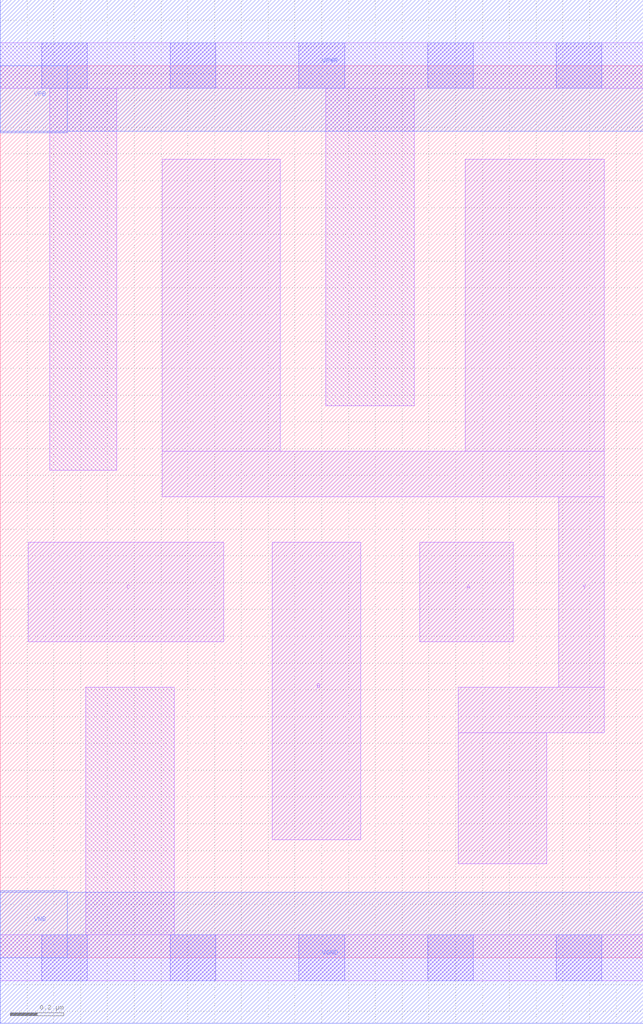
<source format=lef>
# Copyright 2020 The SkyWater PDK Authors
#
# Licensed under the Apache License, Version 2.0 (the "License");
# you may not use this file except in compliance with the License.
# You may obtain a copy of the License at
#
#     https://www.apache.org/licenses/LICENSE-2.0
#
# Unless required by applicable law or agreed to in writing, software
# distributed under the License is distributed on an "AS IS" BASIS,
# WITHOUT WARRANTIES OR CONDITIONS OF ANY KIND, either express or implied.
# See the License for the specific language governing permissions and
# limitations under the License.
#
# SPDX-License-Identifier: Apache-2.0

VERSION 5.5 ;
NAMESCASESENSITIVE ON ;
BUSBITCHARS "[]" ;
DIVIDERCHAR "/" ;
MACRO sky130_fd_sc_hs__nand3_1
  CLASS CORE ;
  SOURCE USER ;
  ORIGIN  0.000000  0.000000 ;
  SIZE  2.400000 BY  3.330000 ;
  SYMMETRY X Y ;
  SITE unit ;
  PIN A
    ANTENNAGATEAREA  0.279000 ;
    DIRECTION INPUT ;
    USE SIGNAL ;
    PORT
      LAYER li1 ;
        RECT 1.565000 1.180000 1.915000 1.550000 ;
    END
  END A
  PIN B
    ANTENNAGATEAREA  0.279000 ;
    DIRECTION INPUT ;
    USE SIGNAL ;
    PORT
      LAYER li1 ;
        RECT 1.015000 0.440000 1.345000 1.550000 ;
    END
  END B
  PIN C
    ANTENNAGATEAREA  0.279000 ;
    DIRECTION INPUT ;
    USE SIGNAL ;
    PORT
      LAYER li1 ;
        RECT 0.105000 1.180000 0.835000 1.550000 ;
    END
  END C
  PIN Y
    ANTENNADIFFAREA  0.877300 ;
    DIRECTION OUTPUT ;
    USE SIGNAL ;
    PORT
      LAYER li1 ;
        RECT 0.605000 1.720000 2.255000 1.890000 ;
        RECT 0.605000 1.890000 1.045000 2.980000 ;
        RECT 1.710000 0.350000 2.040000 0.840000 ;
        RECT 1.710000 0.840000 2.255000 1.010000 ;
        RECT 1.735000 1.890000 2.255000 2.980000 ;
        RECT 2.085000 1.010000 2.255000 1.720000 ;
    END
  END Y
  PIN VGND
    DIRECTION INOUT ;
    USE GROUND ;
    PORT
      LAYER met1 ;
        RECT 0.000000 -0.245000 2.400000 0.245000 ;
    END
  END VGND
  PIN VNB
    DIRECTION INOUT ;
    USE GROUND ;
    PORT
      LAYER met1 ;
        RECT 0.000000 0.000000 0.250000 0.250000 ;
    END
  END VNB
  PIN VPB
    DIRECTION INOUT ;
    USE POWER ;
    PORT
      LAYER met1 ;
        RECT 0.000000 3.080000 0.250000 3.330000 ;
    END
  END VPB
  PIN VPWR
    DIRECTION INOUT ;
    USE POWER ;
    PORT
      LAYER met1 ;
        RECT 0.000000 3.085000 2.400000 3.575000 ;
    END
  END VPWR
  OBS
    LAYER li1 ;
      RECT 0.000000 -0.085000 2.400000 0.085000 ;
      RECT 0.000000  3.245000 2.400000 3.415000 ;
      RECT 0.185000  1.820000 0.435000 3.245000 ;
      RECT 0.320000  0.085000 0.650000 1.010000 ;
      RECT 1.215000  2.060000 1.545000 3.245000 ;
    LAYER mcon ;
      RECT 0.155000 -0.085000 0.325000 0.085000 ;
      RECT 0.155000  3.245000 0.325000 3.415000 ;
      RECT 0.635000 -0.085000 0.805000 0.085000 ;
      RECT 0.635000  3.245000 0.805000 3.415000 ;
      RECT 1.115000 -0.085000 1.285000 0.085000 ;
      RECT 1.115000  3.245000 1.285000 3.415000 ;
      RECT 1.595000 -0.085000 1.765000 0.085000 ;
      RECT 1.595000  3.245000 1.765000 3.415000 ;
      RECT 2.075000 -0.085000 2.245000 0.085000 ;
      RECT 2.075000  3.245000 2.245000 3.415000 ;
  END
END sky130_fd_sc_hs__nand3_1

</source>
